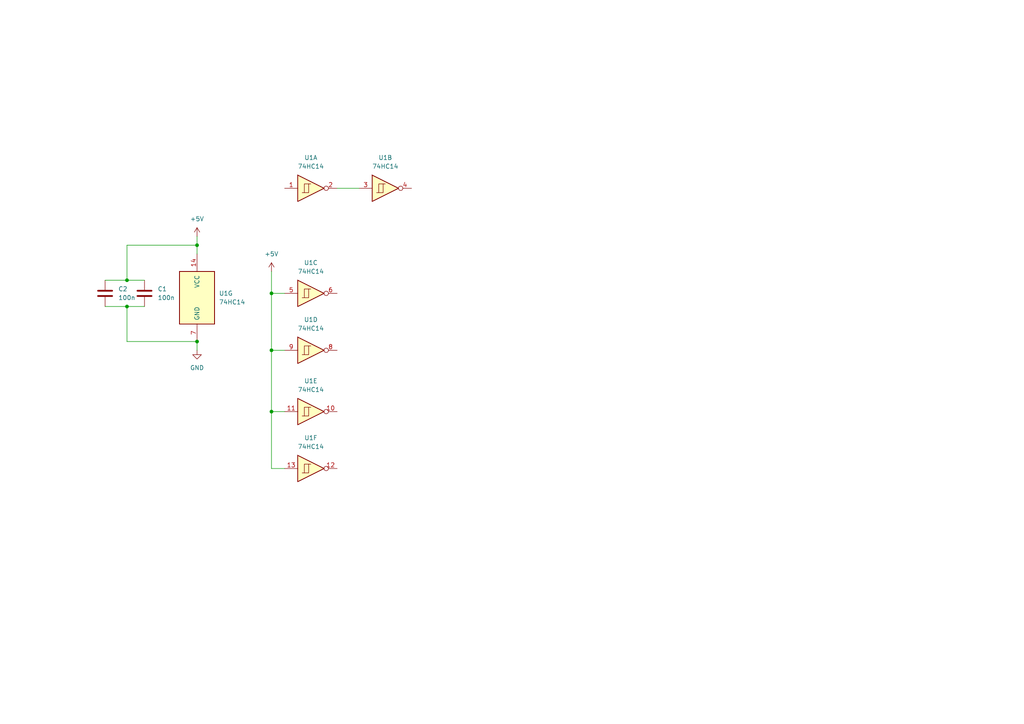
<source format=kicad_sch>
(kicad_sch (version 20230121) (generator eeschema)
  (paper "A4")
  (lib_symbols
    (symbol "74xx:74HC14" (pin_names (offset 1.016))
      (property "Reference" "U" (at 0 1.27 0))
      (property "Value" "74HC14" (at 0 -1.27 0))
      (symbol "74HC14_1_0"
        (polyline (pts (xy -3.81 3.81) (xy -3.81 -3.81) (xy 3.81 0) (xy -3.81 3.81)) (stroke (width 0.254)) (fill (type background)))
        (pin input line (at -7.62 0 0) (length 3.81) (name "~") (number "1"))
        (pin output inverted (at 7.62 0 180) (length 3.81) (name "~") (number "2"))
      )
      (symbol "74HC14_1_1"
        (polyline (pts (xy -1.905 -1.27) (xy -1.905 1.27) (xy -0.635 1.27)))
        (polyline (pts (xy -2.54 -1.27) (xy -0.635 -1.27) (xy -0.635 1.27) (xy 0 1.27)))
      )
      (symbol "74HC14_2_0"
        (polyline (pts (xy -3.81 3.81) (xy -3.81 -3.81) (xy 3.81 0) (xy -3.81 3.81)) (stroke (width 0.254)) (fill (type background)))
        (pin input line (at -7.62 0 0) (length 3.81) (name "~") (number "3"))
        (pin output inverted (at 7.62 0 180) (length 3.81) (name "~") (number "4"))
      )
      (symbol "74HC14_2_1"
        (polyline (pts (xy -1.905 -1.27) (xy -1.905 1.27) (xy -0.635 1.27)))
        (polyline (pts (xy -2.54 -1.27) (xy -0.635 -1.27) (xy -0.635 1.27) (xy 0 1.27)))
      )
      (symbol "74HC14_3_0"
        (polyline (pts (xy -3.81 3.81) (xy -3.81 -3.81) (xy 3.81 0) (xy -3.81 3.81)) (stroke (width 0.254)) (fill (type background)))
        (pin input line (at -7.62 0 0) (length 3.81) (name "~") (number "5"))
        (pin output inverted (at 7.62 0 180) (length 3.81) (name "~") (number "6"))
      )
      (symbol "74HC14_3_1"
        (polyline (pts (xy -1.905 -1.27) (xy -1.905 1.27) (xy -0.635 1.27)))
        (polyline (pts (xy -2.54 -1.27) (xy -0.635 -1.27) (xy -0.635 1.27) (xy 0 1.27)))
      )
      (symbol "74HC14_4_0"
        (polyline (pts (xy -3.81 3.81) (xy -3.81 -3.81) (xy 3.81 0) (xy -3.81 3.81)) (stroke (width 0.254)) (fill (type background)))
        (pin output inverted (at 7.62 0 180) (length 3.81) (name "~") (number "8"))
        (pin input line (at -7.62 0 0) (length 3.81) (name "~") (number "9"))
      )
      (symbol "74HC14_4_1"
        (polyline (pts (xy -1.905 -1.27) (xy -1.905 1.27) (xy -0.635 1.27)))
        (polyline (pts (xy -2.54 -1.27) (xy -0.635 -1.27) (xy -0.635 1.27) (xy 0 1.27)))
      )
      (symbol "74HC14_5_0"
        (polyline (pts (xy -3.81 3.81) (xy -3.81 -3.81) (xy 3.81 0) (xy -3.81 3.81)) (stroke (width 0.254)) (fill (type background)))
        (pin output inverted (at 7.62 0 180) (length 3.81) (name "~") (number "10"))
        (pin input line (at -7.62 0 0) (length 3.81) (name "~") (number "11"))
      )
      (symbol "74HC14_5_1"
        (polyline (pts (xy -1.905 -1.27) (xy -1.905 1.27) (xy -0.635 1.27)))
        (polyline (pts (xy -2.54 -1.27) (xy -0.635 -1.27) (xy -0.635 1.27) (xy 0 1.27)))
      )
      (symbol "74HC14_6_0"
        (polyline (pts (xy -3.81 3.81) (xy -3.81 -3.81) (xy 3.81 0) (xy -3.81 3.81)) (stroke (width 0.254)) (fill (type background)))
        (pin output inverted (at 7.62 0 180) (length 3.81) (name "~") (number "12"))
        (pin input line (at -7.62 0 0) (length 3.81) (name "~") (number "13"))
      )
      (symbol "74HC14_6_1"
        (polyline (pts (xy -1.905 -1.27) (xy -1.905 1.27) (xy -0.635 1.27)))
        (polyline (pts (xy -2.54 -1.27) (xy -0.635 -1.27) (xy -0.635 1.27) (xy 0 1.27)))
      )
      (symbol "74HC14_7_0"
        (pin power_in line (at 0 12.7 270) (length 5.08) (name "VCC") (number "14"))
        (pin power_in line (at 0 -12.7 90) (length 5.08) (name "GND") (number "7"))
      )
      (symbol "74HC14_7_1"
        (rectangle (start -5.08 7.62) (end 5.08 -7.62) (stroke (width 0.254)) (fill (type background)))
      )
    )
    (symbol "Device:C" (pin_numbers hide) (pin_names (offset 0.254))
      (property "Reference" "C" (at 0.635 2.54 0))
      (property "Value" "C" (at 0.635 -2.54 0))
      (symbol "C_0_1"
        (polyline (pts (xy -2.032 -0.762) (xy 2.032 -0.762)) (stroke (width 0.508)))
        (polyline (pts (xy -2.032 0.762) (xy 2.032 0.762)) (stroke (width 0.508)))
      )
      (symbol "C_1_1"
        (pin passive line (at 0 3.81 270) (length 2.794) (name "~") (number "1"))
        (pin passive line (at 0 -3.81 90) (length 2.794) (name "~") (number "2"))
      )
    )
    (symbol "power:+5V" (power) (pin_names (offset 0))
      (property "Value" "+5V" (at 0 3.556 0))
      (symbol "+5V_0_1"
        (polyline (pts (xy -0.762 1.27) (xy 0 2.54)))
        (polyline (pts (xy 0 0) (xy 0 2.54)))
        (polyline (pts (xy 0 2.54) (xy 0.762 1.27)))
      )
      (symbol "+5V_1_1"
        (pin power_in line (at 0 0 90) (length 0) hide (name "+5V") (number "1"))
      )
    )
    (symbol "power:GND" (power) (pin_names (offset 0))
      (property "Value" "GND" (at 0 -3.81 0))
      (symbol "GND_0_1"
        (polyline (pts (xy 0 0) (xy 0 -1.27) (xy 1.27 -1.27) (xy 0 -2.54) (xy -1.27 -1.27) (xy 0 -1.27)))
      )
      (symbol "GND_1_1"
        (pin power_in line (at 0 0 270) (length 0) hide (name "GND") (number "1"))
      )
    )
  )
  (junction (at 78.74 85.09))
  (junction (at 78.74 119.38))
  (junction (at 57.15 99.06))
  (junction (at 36.83 81.28))
  (junction (at 78.74 101.6))
  (junction (at 36.83 88.9))
  (junction (at 57.15 71.12))
  (wire (pts (xy 57.15 68.58) (xy 57.15 71.12)))
  (wire (pts (xy 78.74 135.89) (xy 78.74 119.38)))
  (wire (pts (xy 57.15 71.12) (xy 57.15 73.66)))
  (wire (pts (xy 78.74 78.74) (xy 78.74 85.09)))
  (wire (pts (xy 78.74 101.6) (xy 78.74 119.38)))
  (wire (pts (xy 30.48 81.28) (xy 36.83 81.28)))
  (wire (pts (xy 36.83 71.12) (xy 36.83 81.28)))
  (wire (pts (xy 82.55 135.89) (xy 78.74 135.89)))
  (wire (pts (xy 82.55 85.09) (xy 78.74 85.09)))
  (wire (pts (xy 36.83 99.06) (xy 36.83 88.9)))
  (wire (pts (xy 30.48 88.9) (xy 36.83 88.9)))
  (wire (pts (xy 82.55 101.6) (xy 78.74 101.6)))
  (wire (pts (xy 57.15 99.06) (xy 36.83 99.06)))
  (wire (pts (xy 97.79 54.61) (xy 104.14 54.61)))
  (wire (pts (xy 36.83 71.12) (xy 57.15 71.12)))
  (wire (pts (xy 36.83 81.28) (xy 41.91 81.28)))
  (wire (pts (xy 78.74 119.38) (xy 82.55 119.38)))
  (wire (pts (xy 57.15 99.06) (xy 57.15 101.6)))
  (wire (pts (xy 78.74 85.09) (xy 78.74 101.6)))
  (wire (pts (xy 36.83 88.9) (xy 41.91 88.9)))
  (symbol (lib_id "power:GND") (at 57.15 101.6 0) (unit 1)
    (property "Reference" "#PWR02" (effects hide))
    (property "Value" "GND" (at 57.15 106.68 0))
  )
  (symbol (lib_id "74xx:74HC14") (at 90.17 119.38 0) (unit 5)
    (property "Reference" "U1" (at 90.17 110.49 0))
    (property "Value" "74HC14" (at 90.17 113.03 0))
    (property "Footprint" "PCM_4ms_Package_SOIC:SOIC-14_3.9x8.65mm_Pitch1.27mm" (effects hide))
    (property "Datasheet" "http://www.ti.com/lit/gpn/sn74HC14" (effects hide))
  )
  (symbol (lib_id "74xx:74HC14") (at 90.17 85.09 0) (unit 3)
    (property "Reference" "U1" (at 90.17 76.2 0))
    (property "Value" "74HC14" (at 90.17 78.74 0))
    (property "Footprint" "PCM_4ms_Package_SOIC:SOIC-14_3.9x8.65mm_Pitch1.27mm" (effects hide))
    (property "Datasheet" "http://www.ti.com/lit/gpn/sn74HC14" (effects hide))
  )
  (symbol (lib_id "power:+5V") (at 78.74 78.74 0) (unit 1)
    (property "Reference" "#PWR03" (effects hide))
    (property "Value" "+5V" (at 78.74 73.66 0))
  )
  (symbol (lib_id "Device:C") (at 30.48 85.09 0) (unit 1)
    (property "Reference" "C2" (at 34.29 83.82 0) (effects (justify left)))
    (property "Value" "100n" (at 34.29 86.36 0) (effects (justify left)))
    (property "Footprint" "Capacitor_SMD:C_0603_1608Metric" (effects hide))
  )
  (symbol (lib_id "power:+5V") (at 57.15 68.58 0) (unit 1)
    (property "Reference" "#PWR01" (effects hide))
    (property "Value" "+5V" (at 57.15 63.5 0))
  )
  (symbol (lib_id "74xx:74HC14") (at 90.17 54.61 0) (unit 1)
    (property "Reference" "U1" (at 90.17 45.72 0))
    (property "Value" "74HC14" (at 90.17 48.26 0))
    (property "Footprint" "PCM_4ms_Package_SOIC:SOIC-14_3.9x8.65mm_Pitch1.27mm" (effects hide))
    (property "Datasheet" "http://www.ti.com/lit/gpn/sn74HC14" (effects hide))
  )
  (symbol (lib_id "Device:C") (at 41.91 85.09 0) (unit 1)
    (property "Reference" "C1" (at 45.72 83.82 0) (effects (justify left)))
    (property "Value" "100n" (at 45.72 86.36 0) (effects (justify left)))
    (property "Footprint" "Capacitor_SMD:C_0603_1608Metric" (effects hide))
  )
  (symbol (lib_id "74xx:74HC14") (at 111.76 54.61 0) (unit 2)
    (property "Reference" "U1" (at 111.76 45.72 0))
    (property "Value" "74HC14" (at 111.76 48.26 0))
    (property "Footprint" "PCM_4ms_Package_SOIC:SOIC-14_3.9x8.65mm_Pitch1.27mm" (effects hide))
    (property "Datasheet" "http://www.ti.com/lit/gpn/sn74HC14" (effects hide))
  )
  (symbol (lib_id "74xx:74HC14") (at 90.17 135.89 0) (unit 6)
    (property "Reference" "U1" (at 90.17 127 0))
    (property "Value" "74HC14" (at 90.17 129.54 0))
    (property "Footprint" "PCM_4ms_Package_SOIC:SOIC-14_3.9x8.65mm_Pitch1.27mm" (effects hide))
    (property "Datasheet" "http://www.ti.com/lit/gpn/sn74HC14" (effects hide))
  )
  (symbol (lib_id "74xx:74HC14") (at 57.15 86.36 0) (unit 7)
    (property "Reference" "U1" (at 63.5 85.09 0) (effects (justify left)))
    (property "Value" "74HC14" (at 63.5 87.63 0) (effects (justify left)))
    (property "Footprint" "PCM_4ms_Package_SOIC:SOIC-14_3.9x8.65mm_Pitch1.27mm" (effects hide))
    (property "Datasheet" "http://www.ti.com/lit/gpn/sn74HC14" (effects hide))
  )
  (symbol (lib_id "74xx:74HC14") (at 90.17 101.6 0) (unit 4)
    (property "Reference" "U1" (at 90.17 92.71 0))
    (property "Value" "74HC14" (at 90.17 95.25 0))
    (property "Footprint" "PCM_4ms_Package_SOIC:SOIC-14_3.9x8.65mm_Pitch1.27mm" (effects hide))
    (property "Datasheet" "http://www.ti.com/lit/gpn/sn74HC14" (effects hide))
  )
)
</source>
